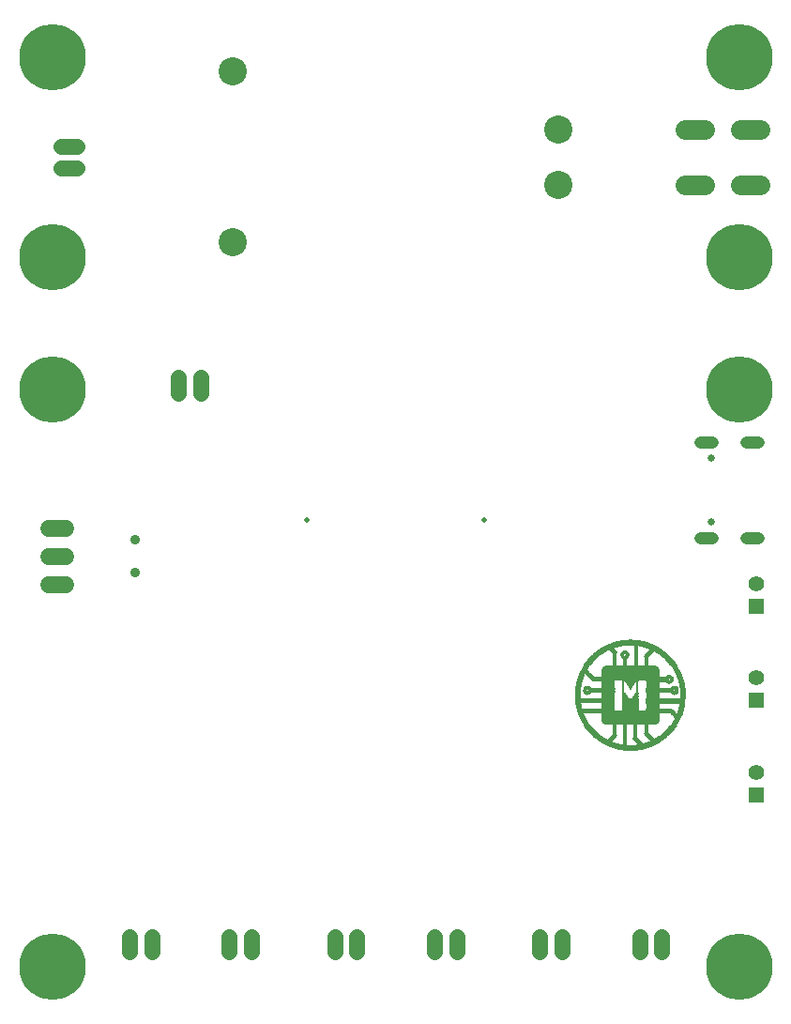
<source format=gbr>
G04 EAGLE Gerber RS-274X export*
G75*
%MOMM*%
%FSLAX34Y34*%
%LPD*%
%INSoldermask Bottom*%
%IPPOS*%
%AMOC8*
5,1,8,0,0,1.08239X$1,22.5*%
G01*
%ADD10R,0.400000X0.020000*%
%ADD11R,1.000000X0.020000*%
%ADD12R,1.320000X0.020000*%
%ADD13R,1.600000X0.020000*%
%ADD14R,1.840000X0.020000*%
%ADD15R,2.040000X0.020000*%
%ADD16R,2.200000X0.020000*%
%ADD17R,2.400000X0.020000*%
%ADD18R,2.560000X0.020000*%
%ADD19R,2.680000X0.020000*%
%ADD20R,2.840000X0.020000*%
%ADD21R,2.960000X0.020000*%
%ADD22R,3.080000X0.020000*%
%ADD23R,3.200000X0.020000*%
%ADD24R,3.320000X0.020000*%
%ADD25R,3.440000X0.020000*%
%ADD26R,3.560000X0.020000*%
%ADD27R,3.640000X0.020000*%
%ADD28R,3.760000X0.020000*%
%ADD29R,3.840000X0.020000*%
%ADD30R,3.960000X0.020000*%
%ADD31R,4.040000X0.020000*%
%ADD32R,4.120000X0.020000*%
%ADD33R,4.200000X0.020000*%
%ADD34R,1.900000X0.020000*%
%ADD35R,1.680000X0.020000*%
%ADD36R,1.880000X0.020000*%
%ADD37R,1.560000X0.020000*%
%ADD38R,1.480000X0.020000*%
%ADD39R,0.380000X0.020000*%
%ADD40R,1.540000X0.020000*%
%ADD41R,1.420000X0.020000*%
%ADD42R,0.360000X0.020000*%
%ADD43R,1.360000X0.020000*%
%ADD44R,1.660000X0.020000*%
%ADD45R,1.720000X0.020000*%
%ADD46R,1.280000X0.020000*%
%ADD47R,1.780000X0.020000*%
%ADD48R,1.240000X0.020000*%
%ADD49R,0.540000X0.020000*%
%ADD50R,1.220000X0.020000*%
%ADD51R,1.160000X0.020000*%
%ADD52R,1.140000X0.020000*%
%ADD53R,1.120000X0.020000*%
%ADD54R,1.080000X0.020000*%
%ADD55R,1.040000X0.020000*%
%ADD56R,1.020000X0.020000*%
%ADD57R,1.180000X0.020000*%
%ADD58R,1.260000X0.020000*%
%ADD59R,1.060000X0.020000*%
%ADD60R,0.900000X0.020000*%
%ADD61R,0.880000X0.020000*%
%ADD62R,1.300000X0.020000*%
%ADD63R,0.860000X0.020000*%
%ADD64R,0.520000X0.020000*%
%ADD65R,1.400000X0.020000*%
%ADD66R,0.840000X0.020000*%
%ADD67R,0.500000X0.020000*%
%ADD68R,0.480000X0.020000*%
%ADD69R,0.460000X0.020000*%
%ADD70R,0.820000X0.020000*%
%ADD71R,0.440000X0.020000*%
%ADD72R,0.800000X0.020000*%
%ADD73R,0.420000X0.020000*%
%ADD74R,0.780000X0.020000*%
%ADD75R,0.760000X0.020000*%
%ADD76R,0.740000X0.020000*%
%ADD77R,0.720000X0.020000*%
%ADD78R,0.700000X0.020000*%
%ADD79R,0.680000X0.020000*%
%ADD80R,0.660000X0.020000*%
%ADD81R,0.640000X0.020000*%
%ADD82R,0.620000X0.020000*%
%ADD83R,0.600000X0.020000*%
%ADD84R,0.580000X0.020000*%
%ADD85R,0.560000X0.020000*%
%ADD86R,4.360000X0.020000*%
%ADD87R,4.640000X0.020000*%
%ADD88R,4.720000X0.020000*%
%ADD89R,4.800000X0.020000*%
%ADD90R,4.880000X0.020000*%
%ADD91R,4.920000X0.020000*%
%ADD92R,4.960000X0.020000*%
%ADD93R,5.000000X0.020000*%
%ADD94R,5.040000X0.020000*%
%ADD95R,5.080000X0.020000*%
%ADD96R,5.120000X0.020000*%
%ADD97R,5.160000X0.020000*%
%ADD98R,5.200000X0.020000*%
%ADD99R,5.240000X0.020000*%
%ADD100R,5.280000X0.020000*%
%ADD101R,0.940000X0.020000*%
%ADD102R,0.960000X0.020000*%
%ADD103R,0.980000X0.020000*%
%ADD104R,8.820000X0.020000*%
%ADD105R,8.800000X0.020000*%
%ADD106R,8.780000X0.020000*%
%ADD107R,8.760000X0.020000*%
%ADD108R,8.740000X0.020000*%
%ADD109R,8.720000X0.020000*%
%ADD110R,3.400000X0.020000*%
%ADD111R,1.440000X0.020000*%
%ADD112R,2.500000X0.020000*%
%ADD113R,2.480000X0.020000*%
%ADD114R,2.460000X0.020000*%
%ADD115R,3.420000X0.020000*%
%ADD116R,2.440000X0.020000*%
%ADD117R,2.420000X0.020000*%
%ADD118R,2.380000X0.020000*%
%ADD119R,2.360000X0.020000*%
%ADD120R,2.340000X0.020000*%
%ADD121R,2.320000X0.020000*%
%ADD122R,3.540000X0.020000*%
%ADD123R,3.580000X0.020000*%
%ADD124R,0.060000X0.020000*%
%ADD125R,0.340000X0.020000*%
%ADD126R,0.040000X0.020000*%
%ADD127R,0.240000X0.020000*%
%ADD128R,0.320000X0.020000*%
%ADD129R,0.300000X0.020000*%
%ADD130R,0.280000X0.020000*%
%ADD131R,0.260000X0.020000*%
%ADD132R,0.220000X0.020000*%
%ADD133R,2.800000X0.020000*%
%ADD134R,0.200000X0.020000*%
%ADD135R,2.900000X0.020000*%
%ADD136R,2.820000X0.020000*%
%ADD137R,0.180000X0.020000*%
%ADD138R,2.920000X0.020000*%
%ADD139R,2.940000X0.020000*%
%ADD140R,0.020000X0.020000*%
%ADD141R,2.540000X0.020000*%
%ADD142R,0.100000X0.020000*%
%ADD143R,0.140000X0.020000*%
%ADD144R,0.120000X0.020000*%
%ADD145R,0.920000X0.020000*%
%ADD146R,2.020000X0.020000*%
%ADD147R,2.060000X0.020000*%
%ADD148R,2.080000X0.020000*%
%ADD149R,2.100000X0.020000*%
%ADD150R,2.120000X0.020000*%
%ADD151R,2.140000X0.020000*%
%ADD152R,6.980000X0.020000*%
%ADD153R,7.000000X0.020000*%
%ADD154R,7.040000X0.020000*%
%ADD155R,7.060000X0.020000*%
%ADD156R,7.100000X0.020000*%
%ADD157R,7.140000X0.020000*%
%ADD158R,7.580000X0.020000*%
%ADD159R,7.600000X0.020000*%
%ADD160R,7.620000X0.020000*%
%ADD161R,6.420000X0.020000*%
%ADD162R,2.880000X0.020000*%
%ADD163R,1.340000X0.020000*%
%ADD164R,1.200000X0.020000*%
%ADD165R,1.100000X0.020000*%
%ADD166R,1.460000X0.020000*%
%ADD167R,1.920000X0.020000*%
%ADD168R,3.940000X0.020000*%
%ADD169C,2.540000*%
%ADD170C,0.500000*%
%ADD171C,1.800000*%
%ADD172C,1.422400*%
%ADD173C,1.108000*%
%ADD174C,0.650000*%
%ADD175R,1.422400X1.422400*%
%ADD176C,1.422400*%
%ADD177C,0.900000*%
%ADD178C,1.524000*%
%ADD179C,6.000000*%


D10*
X561800Y234200D03*
D11*
X561800Y234400D03*
D12*
X561800Y234600D03*
D13*
X561800Y234800D03*
D14*
X561800Y235000D03*
D15*
X561800Y235200D03*
D16*
X561800Y235400D03*
D17*
X561800Y235600D03*
D18*
X561800Y235800D03*
D19*
X561800Y236000D03*
D20*
X561800Y236200D03*
D21*
X561800Y236400D03*
D22*
X561800Y236600D03*
D23*
X561800Y236800D03*
D24*
X561800Y237000D03*
D25*
X561800Y237200D03*
D26*
X561800Y237400D03*
D27*
X561800Y237600D03*
D28*
X561800Y237800D03*
D29*
X561800Y238000D03*
D30*
X561800Y238200D03*
D31*
X561800Y238400D03*
D32*
X561800Y238600D03*
D33*
X561800Y238800D03*
D34*
X549900Y239000D03*
X573700Y239000D03*
D14*
X549200Y239200D03*
D35*
X575200Y239200D03*
D36*
X549000Y239400D03*
D37*
X576200Y239400D03*
D38*
X546600Y239600D03*
D39*
X556500Y239600D03*
D40*
X576700Y239600D03*
D41*
X545900Y239800D03*
D42*
X556600Y239800D03*
D13*
X576800Y239800D03*
D43*
X545200Y240000D03*
D42*
X556600Y240000D03*
D44*
X576900Y240000D03*
D12*
X544600Y240200D03*
D42*
X556600Y240200D03*
D45*
X577000Y240200D03*
D46*
X544000Y240400D03*
D42*
X556600Y240400D03*
D47*
X577100Y240400D03*
D48*
X543400Y240600D03*
D42*
X556600Y240600D03*
D49*
X570700Y240600D03*
D48*
X580200Y240600D03*
D50*
X542900Y240800D03*
D42*
X556600Y240800D03*
D49*
X570500Y240800D03*
D50*
X580700Y240800D03*
D51*
X542400Y241000D03*
D42*
X556600Y241000D03*
D49*
X570300Y241000D03*
D51*
X581200Y241000D03*
D52*
X541900Y241200D03*
D42*
X556600Y241200D03*
D49*
X570100Y241200D03*
D52*
X581700Y241200D03*
D53*
X541400Y241400D03*
D42*
X556600Y241400D03*
D49*
X569900Y241400D03*
D53*
X582200Y241400D03*
D54*
X541000Y241600D03*
D42*
X556600Y241600D03*
D49*
X569700Y241600D03*
D54*
X582600Y241600D03*
X540600Y241800D03*
D42*
X556600Y241800D03*
D49*
X569500Y241800D03*
D54*
X583000Y241800D03*
D55*
X540200Y242000D03*
D42*
X556600Y242000D03*
D49*
X569300Y242000D03*
D55*
X583400Y242000D03*
X539800Y242200D03*
D42*
X556600Y242200D03*
D49*
X569100Y242200D03*
D55*
X583800Y242200D03*
D54*
X539600Y242400D03*
D42*
X556600Y242400D03*
D49*
X568900Y242400D03*
D56*
X584300Y242400D03*
D53*
X539600Y242600D03*
D42*
X556600Y242600D03*
D49*
X568700Y242600D03*
D11*
X584600Y242600D03*
D57*
X539500Y242800D03*
D42*
X556600Y242800D03*
D49*
X568500Y242800D03*
D11*
X585000Y242800D03*
D50*
X539500Y243000D03*
D42*
X556600Y243000D03*
D49*
X568300Y243000D03*
D56*
X585100Y243000D03*
D58*
X539500Y243200D03*
D42*
X556600Y243200D03*
D49*
X568100Y243200D03*
D59*
X585100Y243200D03*
D12*
X539400Y243400D03*
D42*
X556600Y243400D03*
D49*
X567900Y243400D03*
D53*
X585200Y243400D03*
D43*
X539400Y243600D03*
D42*
X556600Y243600D03*
D49*
X567700Y243600D03*
D51*
X585200Y243600D03*
D41*
X539300Y243800D03*
D42*
X556600Y243800D03*
D49*
X567500Y243800D03*
D50*
X585300Y243800D03*
D60*
X536500Y244000D03*
D49*
X543900Y244000D03*
D42*
X556600Y244000D03*
D49*
X567300Y244000D03*
D58*
X585300Y244000D03*
D61*
X536200Y244200D03*
D49*
X544100Y244200D03*
D42*
X556600Y244200D03*
D49*
X567100Y244200D03*
D62*
X585300Y244200D03*
D61*
X535800Y244400D03*
D49*
X544300Y244400D03*
D42*
X556600Y244400D03*
D49*
X566900Y244400D03*
D43*
X585400Y244400D03*
D63*
X535500Y244600D03*
D49*
X544500Y244600D03*
D42*
X556600Y244600D03*
D64*
X566800Y244600D03*
D65*
X585400Y244600D03*
D63*
X535300Y244800D03*
D49*
X544700Y244800D03*
D42*
X556600Y244800D03*
D64*
X566600Y244800D03*
D49*
X580900Y244800D03*
D63*
X588300Y244800D03*
D66*
X535000Y245000D03*
D49*
X544900Y245000D03*
D42*
X556600Y245000D03*
D67*
X566500Y245000D03*
D49*
X580700Y245000D03*
D66*
X588600Y245000D03*
X534600Y245200D03*
D49*
X545100Y245200D03*
D42*
X556600Y245200D03*
D68*
X566400Y245200D03*
D49*
X580500Y245200D03*
D66*
X589000Y245200D03*
X534400Y245400D03*
D49*
X545300Y245400D03*
D42*
X556600Y245400D03*
D69*
X566300Y245400D03*
D49*
X580300Y245400D03*
D66*
X589200Y245400D03*
D70*
X534100Y245600D03*
D49*
X545500Y245600D03*
D42*
X556600Y245600D03*
D71*
X566200Y245600D03*
D49*
X580100Y245600D03*
D70*
X589500Y245600D03*
D72*
X533800Y245800D03*
D49*
X545700Y245800D03*
D42*
X556600Y245800D03*
D73*
X566100Y245800D03*
D49*
X579900Y245800D03*
D72*
X589800Y245800D03*
D70*
X533500Y246000D03*
D49*
X545900Y246000D03*
D42*
X556600Y246000D03*
D10*
X566000Y246000D03*
D49*
X579700Y246000D03*
D70*
X590100Y246000D03*
D72*
X533200Y246200D03*
D49*
X546100Y246200D03*
D42*
X556600Y246200D03*
D10*
X566000Y246200D03*
D49*
X579500Y246200D03*
D72*
X590400Y246200D03*
X533000Y246400D03*
D49*
X546300Y246400D03*
D42*
X556600Y246400D03*
D10*
X566000Y246400D03*
D49*
X579300Y246400D03*
D72*
X590600Y246400D03*
D74*
X532700Y246600D03*
D49*
X546500Y246600D03*
D42*
X556600Y246600D03*
D10*
X566000Y246600D03*
D49*
X579100Y246600D03*
D74*
X590900Y246600D03*
X532500Y246800D03*
D49*
X546700Y246800D03*
D42*
X556600Y246800D03*
D10*
X566000Y246800D03*
D49*
X578900Y246800D03*
D74*
X591100Y246800D03*
D75*
X532200Y247000D03*
D49*
X546900Y247000D03*
D42*
X556600Y247000D03*
D10*
X566000Y247000D03*
D49*
X578700Y247000D03*
D75*
X591400Y247000D03*
X532000Y247200D03*
D64*
X547000Y247200D03*
D42*
X556600Y247200D03*
D10*
X566000Y247200D03*
D49*
X578500Y247200D03*
D75*
X591600Y247200D03*
D76*
X531700Y247400D03*
D67*
X547100Y247400D03*
D42*
X556600Y247400D03*
D10*
X566000Y247400D03*
D49*
X578300Y247400D03*
D76*
X591900Y247400D03*
X531500Y247600D03*
D68*
X547200Y247600D03*
D42*
X556600Y247600D03*
D10*
X566000Y247600D03*
D49*
X578100Y247600D03*
D76*
X592100Y247600D03*
D75*
X531200Y247800D03*
D69*
X547300Y247800D03*
D42*
X556600Y247800D03*
D10*
X566000Y247800D03*
D49*
X577900Y247800D03*
D75*
X592400Y247800D03*
D76*
X530900Y248000D03*
D71*
X547400Y248000D03*
D42*
X556600Y248000D03*
D10*
X566000Y248000D03*
D49*
X577700Y248000D03*
D76*
X592700Y248000D03*
X530700Y248200D03*
D73*
X547500Y248200D03*
D42*
X556600Y248200D03*
D10*
X566000Y248200D03*
D49*
X577500Y248200D03*
D76*
X592900Y248200D03*
X530500Y248400D03*
D10*
X547600Y248400D03*
D42*
X556600Y248400D03*
D10*
X566000Y248400D03*
D49*
X577300Y248400D03*
D76*
X593100Y248400D03*
D77*
X530200Y248600D03*
D39*
X547700Y248600D03*
D42*
X556600Y248600D03*
D10*
X566000Y248600D03*
D49*
X577100Y248600D03*
D77*
X593400Y248600D03*
X530000Y248800D03*
D39*
X547700Y248800D03*
D42*
X556600Y248800D03*
D10*
X566000Y248800D03*
D49*
X576900Y248800D03*
D77*
X593600Y248800D03*
X529800Y249000D03*
D39*
X547700Y249000D03*
D42*
X556600Y249000D03*
D10*
X566000Y249000D03*
D64*
X576800Y249000D03*
D77*
X593800Y249000D03*
X529600Y249200D03*
D39*
X547700Y249200D03*
D42*
X556600Y249200D03*
D10*
X566000Y249200D03*
D67*
X576700Y249200D03*
D77*
X594000Y249200D03*
D78*
X529300Y249400D03*
D39*
X547700Y249400D03*
D42*
X556600Y249400D03*
D10*
X566000Y249400D03*
D68*
X576600Y249400D03*
D78*
X594300Y249400D03*
X529100Y249600D03*
D39*
X547700Y249600D03*
D42*
X556600Y249600D03*
D10*
X566000Y249600D03*
D69*
X576500Y249600D03*
D78*
X594500Y249600D03*
X528900Y249800D03*
D39*
X547700Y249800D03*
D42*
X556600Y249800D03*
D10*
X566000Y249800D03*
D71*
X576400Y249800D03*
D78*
X594700Y249800D03*
D79*
X528800Y250000D03*
D39*
X547700Y250000D03*
D42*
X556600Y250000D03*
D10*
X566000Y250000D03*
D73*
X576300Y250000D03*
D79*
X594800Y250000D03*
X528600Y250200D03*
D39*
X547700Y250200D03*
D42*
X556600Y250200D03*
D10*
X566000Y250200D03*
X576200Y250200D03*
D79*
X595000Y250200D03*
X528400Y250400D03*
D39*
X547700Y250400D03*
D42*
X556600Y250400D03*
D10*
X566000Y250400D03*
D39*
X576100Y250400D03*
D79*
X595200Y250400D03*
X528200Y250600D03*
D39*
X547700Y250600D03*
D42*
X556600Y250600D03*
D10*
X566000Y250600D03*
D39*
X576100Y250600D03*
D79*
X595400Y250600D03*
D80*
X527900Y250800D03*
D39*
X547700Y250800D03*
D42*
X556600Y250800D03*
D10*
X566000Y250800D03*
D39*
X576100Y250800D03*
D80*
X595700Y250800D03*
X527700Y251000D03*
D39*
X547700Y251000D03*
D42*
X556600Y251000D03*
D10*
X566000Y251000D03*
D39*
X576100Y251000D03*
D80*
X595900Y251000D03*
X527500Y251200D03*
D39*
X547700Y251200D03*
D42*
X556600Y251200D03*
D10*
X566000Y251200D03*
D39*
X576100Y251200D03*
D80*
X596100Y251200D03*
X527300Y251400D03*
D39*
X547700Y251400D03*
D42*
X556600Y251400D03*
D10*
X566000Y251400D03*
D39*
X576100Y251400D03*
D80*
X596300Y251400D03*
X527100Y251600D03*
D39*
X547700Y251600D03*
D42*
X556600Y251600D03*
D10*
X566000Y251600D03*
D39*
X576100Y251600D03*
D80*
X596500Y251600D03*
X526900Y251800D03*
D39*
X547700Y251800D03*
D42*
X556600Y251800D03*
D10*
X566000Y251800D03*
D39*
X576100Y251800D03*
D80*
X596700Y251800D03*
D81*
X526800Y252000D03*
D39*
X547700Y252000D03*
D42*
X556600Y252000D03*
D10*
X566000Y252000D03*
D39*
X576100Y252000D03*
D81*
X596800Y252000D03*
X526600Y252200D03*
D39*
X547700Y252200D03*
D42*
X556600Y252200D03*
D10*
X566000Y252200D03*
D39*
X576100Y252200D03*
D81*
X597000Y252200D03*
X526400Y252400D03*
D39*
X547700Y252400D03*
D42*
X556600Y252400D03*
D10*
X566000Y252400D03*
D39*
X576100Y252400D03*
D81*
X597200Y252400D03*
X526200Y252600D03*
D39*
X547700Y252600D03*
D42*
X556600Y252600D03*
D10*
X566000Y252600D03*
D39*
X576100Y252600D03*
D81*
X597400Y252600D03*
X526000Y252800D03*
D39*
X547700Y252800D03*
D42*
X556600Y252800D03*
D10*
X566000Y252800D03*
D39*
X576100Y252800D03*
D81*
X597600Y252800D03*
D82*
X525900Y253000D03*
D39*
X547700Y253000D03*
D42*
X556600Y253000D03*
D10*
X566000Y253000D03*
D39*
X576100Y253000D03*
D82*
X597700Y253000D03*
X525700Y253200D03*
D39*
X547700Y253200D03*
D42*
X556600Y253200D03*
D10*
X566000Y253200D03*
D39*
X576100Y253200D03*
D82*
X597900Y253200D03*
X525500Y253400D03*
D39*
X547700Y253400D03*
D42*
X556600Y253400D03*
D10*
X566000Y253400D03*
D39*
X576100Y253400D03*
D82*
X598100Y253400D03*
X525300Y253600D03*
D39*
X547700Y253600D03*
D42*
X556600Y253600D03*
D10*
X566000Y253600D03*
D39*
X576100Y253600D03*
D82*
X598300Y253600D03*
D81*
X525200Y253800D03*
D39*
X547700Y253800D03*
D42*
X556600Y253800D03*
D10*
X566000Y253800D03*
D39*
X576100Y253800D03*
D81*
X598400Y253800D03*
D82*
X525100Y254000D03*
D39*
X547700Y254000D03*
D42*
X556600Y254000D03*
D10*
X566000Y254000D03*
D39*
X576100Y254000D03*
D82*
X598500Y254000D03*
X524900Y254200D03*
D39*
X547700Y254200D03*
D42*
X556600Y254200D03*
D10*
X566000Y254200D03*
D39*
X576100Y254200D03*
D82*
X598700Y254200D03*
X524700Y254400D03*
D39*
X547700Y254400D03*
D42*
X556600Y254400D03*
D10*
X566000Y254400D03*
D39*
X576100Y254400D03*
D82*
X598900Y254400D03*
X524500Y254600D03*
D39*
X547700Y254600D03*
D42*
X556600Y254600D03*
D10*
X566000Y254600D03*
D39*
X576100Y254600D03*
D82*
X599100Y254600D03*
D83*
X524400Y254800D03*
D39*
X547700Y254800D03*
D42*
X556600Y254800D03*
D10*
X566000Y254800D03*
D39*
X576100Y254800D03*
D83*
X599200Y254800D03*
X524200Y255000D03*
D39*
X547700Y255000D03*
D42*
X556600Y255000D03*
D10*
X566000Y255000D03*
D39*
X576100Y255000D03*
D83*
X599400Y255000D03*
X524000Y255200D03*
D39*
X547700Y255200D03*
D42*
X556600Y255200D03*
D10*
X566000Y255200D03*
D39*
X576100Y255200D03*
D83*
X599600Y255200D03*
X524000Y255400D03*
D39*
X547700Y255400D03*
D42*
X556600Y255400D03*
D10*
X566000Y255400D03*
D39*
X576100Y255400D03*
D83*
X599600Y255400D03*
X523800Y255600D03*
D39*
X547700Y255600D03*
D42*
X556600Y255600D03*
D10*
X566000Y255600D03*
D39*
X576100Y255600D03*
D83*
X599800Y255600D03*
X523600Y255800D03*
D39*
X547700Y255800D03*
D42*
X556600Y255800D03*
D10*
X566000Y255800D03*
D39*
X576100Y255800D03*
D83*
X600000Y255800D03*
X523400Y256000D03*
D39*
X547700Y256000D03*
D42*
X556600Y256000D03*
D10*
X566000Y256000D03*
D39*
X576100Y256000D03*
D83*
X600200Y256000D03*
D84*
X523300Y256200D03*
D39*
X547700Y256200D03*
D42*
X556600Y256200D03*
D10*
X566000Y256200D03*
D39*
X576100Y256200D03*
D84*
X600300Y256200D03*
D83*
X523200Y256400D03*
D39*
X547700Y256400D03*
D42*
X556600Y256400D03*
D10*
X566000Y256400D03*
D39*
X576100Y256400D03*
D83*
X600400Y256400D03*
X523000Y256600D03*
D39*
X547700Y256600D03*
D42*
X556600Y256600D03*
D10*
X566000Y256600D03*
D39*
X576100Y256600D03*
D83*
X600600Y256600D03*
D84*
X522900Y256800D03*
D39*
X547700Y256800D03*
D42*
X556600Y256800D03*
D10*
X566000Y256800D03*
D39*
X576100Y256800D03*
D84*
X600700Y256800D03*
X522700Y257000D03*
D39*
X547700Y257000D03*
D42*
X556600Y257000D03*
D10*
X566000Y257000D03*
D39*
X576100Y257000D03*
D84*
X600900Y257000D03*
X522700Y257200D03*
D39*
X547700Y257200D03*
D42*
X556600Y257200D03*
D10*
X566000Y257200D03*
D39*
X576100Y257200D03*
D84*
X600900Y257200D03*
X522500Y257400D03*
D39*
X547700Y257400D03*
D42*
X556600Y257400D03*
D10*
X566000Y257400D03*
D39*
X576100Y257400D03*
D84*
X601100Y257400D03*
X522300Y257600D03*
D39*
X547700Y257600D03*
D42*
X556600Y257600D03*
D10*
X566000Y257600D03*
D39*
X576100Y257600D03*
D84*
X601300Y257600D03*
D85*
X522200Y257800D03*
D86*
X561800Y257800D03*
D85*
X601400Y257800D03*
D84*
X522100Y258000D03*
D87*
X561800Y258000D03*
D84*
X601500Y258000D03*
X521900Y258200D03*
D88*
X561800Y258200D03*
D84*
X601700Y258200D03*
D85*
X521800Y258400D03*
D89*
X561800Y258400D03*
D85*
X601800Y258400D03*
D84*
X521700Y258600D03*
D90*
X561800Y258600D03*
D84*
X601900Y258600D03*
D85*
X521600Y258800D03*
D91*
X561800Y258800D03*
D85*
X602000Y258800D03*
X521400Y259000D03*
D92*
X561800Y259000D03*
D85*
X602200Y259000D03*
D84*
X521300Y259200D03*
D93*
X561800Y259200D03*
D84*
X602300Y259200D03*
D85*
X521200Y259400D03*
D94*
X561800Y259400D03*
D85*
X602400Y259400D03*
X521000Y259600D03*
D95*
X561800Y259600D03*
D85*
X602600Y259600D03*
X521000Y259800D03*
D96*
X561800Y259800D03*
D85*
X602600Y259800D03*
X520800Y260000D03*
D96*
X561800Y260000D03*
D85*
X602800Y260000D03*
D49*
X520700Y260200D03*
D97*
X561800Y260200D03*
D49*
X602900Y260200D03*
D85*
X520600Y260400D03*
D97*
X561800Y260400D03*
D85*
X603000Y260400D03*
D49*
X520500Y260600D03*
D98*
X561800Y260600D03*
D49*
X603100Y260600D03*
D85*
X520400Y260800D03*
D98*
X561800Y260800D03*
D85*
X603200Y260800D03*
D49*
X520300Y261000D03*
D99*
X561800Y261000D03*
D49*
X603300Y261000D03*
X520100Y261200D03*
D99*
X561800Y261200D03*
D49*
X603500Y261200D03*
X520100Y261400D03*
D99*
X561800Y261400D03*
D49*
X603500Y261400D03*
X519900Y261600D03*
D99*
X561800Y261600D03*
D49*
X603700Y261600D03*
X519900Y261800D03*
D99*
X561800Y261800D03*
D49*
X603700Y261800D03*
X519700Y262000D03*
D99*
X561800Y262000D03*
D49*
X603900Y262000D03*
D64*
X519600Y262200D03*
D99*
X561800Y262200D03*
D64*
X604000Y262200D03*
D49*
X519500Y262400D03*
D100*
X561800Y262400D03*
D49*
X604100Y262400D03*
D64*
X519400Y262600D03*
D100*
X561800Y262600D03*
D64*
X604200Y262600D03*
D49*
X519300Y262800D03*
D100*
X561800Y262800D03*
D49*
X604300Y262800D03*
D64*
X519200Y263000D03*
D100*
X561800Y263000D03*
D64*
X604400Y263000D03*
D49*
X519100Y263200D03*
D100*
X561800Y263200D03*
D49*
X604500Y263200D03*
D64*
X519000Y263400D03*
D100*
X561800Y263400D03*
D64*
X604600Y263400D03*
D49*
X518900Y263600D03*
D100*
X561800Y263600D03*
D49*
X604700Y263600D03*
D64*
X518800Y263800D03*
D100*
X561800Y263800D03*
D85*
X604600Y263800D03*
D49*
X518700Y264000D03*
D100*
X561800Y264000D03*
D83*
X604600Y264000D03*
D64*
X518600Y264200D03*
D100*
X561800Y264200D03*
D82*
X604500Y264200D03*
D64*
X518600Y264400D03*
D100*
X561800Y264400D03*
D80*
X604500Y264400D03*
D64*
X518400Y264600D03*
D100*
X561800Y264600D03*
D79*
X604400Y264600D03*
D64*
X518400Y264800D03*
D100*
X561800Y264800D03*
D78*
X604300Y264800D03*
D64*
X518200Y265000D03*
D100*
X561800Y265000D03*
D76*
X604300Y265000D03*
D64*
X518200Y265200D03*
D100*
X561800Y265200D03*
D75*
X604200Y265200D03*
D64*
X518000Y265400D03*
D100*
X561800Y265400D03*
D72*
X604200Y265400D03*
D64*
X518000Y265600D03*
D100*
X561800Y265600D03*
D70*
X604100Y265600D03*
D64*
X518000Y265800D03*
D100*
X561800Y265800D03*
D66*
X604000Y265800D03*
D64*
X517800Y266000D03*
D100*
X561800Y266000D03*
D61*
X604000Y266000D03*
D64*
X517800Y266200D03*
D100*
X561800Y266200D03*
D60*
X603900Y266200D03*
D64*
X517600Y266400D03*
D100*
X561800Y266400D03*
D101*
X603900Y266400D03*
D64*
X517600Y266600D03*
D100*
X561800Y266600D03*
D102*
X603800Y266600D03*
D67*
X517500Y266800D03*
D100*
X561800Y266800D03*
D103*
X603700Y266800D03*
D64*
X517400Y267000D03*
D100*
X561800Y267000D03*
D56*
X603700Y267000D03*
D64*
X517400Y267200D03*
D100*
X561800Y267200D03*
D55*
X603600Y267200D03*
D67*
X517300Y267400D03*
D100*
X561800Y267400D03*
D49*
X600900Y267400D03*
D67*
X606300Y267400D03*
D64*
X517200Y267600D03*
D100*
X561800Y267600D03*
D49*
X600700Y267600D03*
D64*
X606400Y267600D03*
D67*
X517100Y267800D03*
D100*
X561800Y267800D03*
D49*
X600500Y267800D03*
D67*
X606500Y267800D03*
X517100Y268000D03*
D100*
X561800Y268000D03*
D49*
X600300Y268000D03*
D67*
X606500Y268000D03*
D64*
X517000Y268200D03*
D100*
X561800Y268200D03*
D49*
X600100Y268200D03*
D64*
X606600Y268200D03*
D104*
X558500Y268400D03*
D67*
X606700Y268400D03*
D105*
X558400Y268600D03*
D67*
X606700Y268600D03*
D105*
X558200Y268800D03*
D67*
X606900Y268800D03*
D106*
X558100Y269000D03*
D67*
X606900Y269000D03*
D107*
X558000Y269200D03*
D67*
X606900Y269200D03*
D107*
X557800Y269400D03*
D67*
X607100Y269400D03*
D108*
X557700Y269600D03*
D67*
X607100Y269600D03*
D109*
X557600Y269800D03*
D67*
X607100Y269800D03*
D109*
X557400Y270000D03*
D67*
X607300Y270000D03*
D110*
X530800Y270200D03*
D111*
X561800Y270200D03*
D112*
X588300Y270200D03*
D67*
X607300Y270200D03*
D110*
X530800Y270400D03*
D111*
X561800Y270400D03*
D113*
X588200Y270400D03*
D67*
X607300Y270400D03*
D110*
X530800Y270600D03*
D111*
X561800Y270600D03*
D114*
X588100Y270600D03*
D68*
X607400Y270600D03*
D115*
X530700Y270800D03*
D111*
X561800Y270800D03*
D116*
X588000Y270800D03*
D67*
X607500Y270800D03*
D115*
X530700Y271000D03*
D111*
X561800Y271000D03*
D117*
X587900Y271000D03*
D67*
X607500Y271000D03*
D115*
X530700Y271200D03*
D111*
X561800Y271200D03*
D17*
X587800Y271200D03*
D67*
X607500Y271200D03*
D25*
X530600Y271400D03*
D111*
X561800Y271400D03*
D118*
X587700Y271400D03*
D67*
X607700Y271400D03*
D25*
X530600Y271600D03*
D111*
X561800Y271600D03*
D119*
X587600Y271600D03*
D67*
X607700Y271600D03*
D25*
X530600Y271800D03*
D111*
X561800Y271800D03*
D120*
X587500Y271800D03*
D67*
X607700Y271800D03*
D25*
X530600Y272000D03*
D111*
X561800Y272000D03*
D121*
X587400Y272000D03*
D68*
X607800Y272000D03*
D67*
X515700Y272200D03*
D50*
X541700Y272200D03*
D111*
X561800Y272200D03*
D50*
X581900Y272200D03*
D67*
X607900Y272200D03*
X515700Y272400D03*
D48*
X541600Y272400D03*
D111*
X561800Y272400D03*
D48*
X582000Y272400D03*
D67*
X607900Y272400D03*
X515700Y272600D03*
D48*
X541600Y272600D03*
D111*
X561800Y272600D03*
D48*
X582000Y272600D03*
D67*
X607900Y272600D03*
D68*
X515600Y272800D03*
D48*
X541600Y272800D03*
D111*
X561800Y272800D03*
D48*
X582000Y272800D03*
D68*
X608000Y272800D03*
X515600Y273000D03*
D48*
X541600Y273000D03*
D111*
X561800Y273000D03*
D48*
X582000Y273000D03*
D68*
X608000Y273000D03*
D67*
X515500Y273200D03*
D48*
X541600Y273200D03*
D111*
X561800Y273200D03*
D48*
X582000Y273200D03*
D67*
X608100Y273200D03*
X515500Y273400D03*
D48*
X541600Y273400D03*
D111*
X561800Y273400D03*
D48*
X582000Y273400D03*
D67*
X608100Y273400D03*
D68*
X515400Y273600D03*
D48*
X541600Y273600D03*
D111*
X561800Y273600D03*
D48*
X582000Y273600D03*
D68*
X608200Y273600D03*
X515400Y273800D03*
D48*
X541600Y273800D03*
D111*
X561800Y273800D03*
D48*
X582000Y273800D03*
D68*
X608200Y273800D03*
D67*
X515300Y274000D03*
D48*
X541600Y274000D03*
D111*
X561800Y274000D03*
D48*
X582000Y274000D03*
D67*
X608300Y274000D03*
X515300Y274200D03*
D48*
X541600Y274200D03*
D111*
X561800Y274200D03*
D48*
X582000Y274200D03*
D67*
X608300Y274200D03*
D68*
X515200Y274400D03*
D48*
X541600Y274400D03*
D111*
X561800Y274400D03*
D48*
X582000Y274400D03*
D68*
X608400Y274400D03*
X515200Y274600D03*
D48*
X541600Y274600D03*
D111*
X561800Y274600D03*
D48*
X582000Y274600D03*
D68*
X608400Y274600D03*
X515200Y274800D03*
D48*
X541600Y274800D03*
D111*
X561800Y274800D03*
D48*
X582000Y274800D03*
D68*
X608400Y274800D03*
D67*
X515100Y275000D03*
D48*
X541600Y275000D03*
D111*
X561800Y275000D03*
D48*
X582000Y275000D03*
D67*
X608500Y275000D03*
X515100Y275200D03*
D48*
X541600Y275200D03*
D111*
X561800Y275200D03*
D48*
X582000Y275200D03*
D67*
X608500Y275200D03*
D68*
X515000Y275400D03*
D48*
X541600Y275400D03*
D111*
X561800Y275400D03*
D48*
X582000Y275400D03*
D68*
X608600Y275400D03*
X515000Y275600D03*
D48*
X541600Y275600D03*
D111*
X561800Y275600D03*
D48*
X582000Y275600D03*
D68*
X608600Y275600D03*
X515000Y275800D03*
D48*
X541600Y275800D03*
D111*
X561800Y275800D03*
D48*
X582000Y275800D03*
D68*
X608600Y275800D03*
X515000Y276000D03*
D48*
X541600Y276000D03*
D111*
X561800Y276000D03*
D48*
X582000Y276000D03*
D68*
X608600Y276000D03*
D67*
X514900Y276200D03*
D48*
X541600Y276200D03*
D111*
X561800Y276200D03*
D48*
X582000Y276200D03*
D67*
X608700Y276200D03*
D68*
X514800Y276400D03*
D48*
X541600Y276400D03*
D111*
X561800Y276400D03*
D48*
X582000Y276400D03*
D68*
X608800Y276400D03*
X514800Y276600D03*
D48*
X541600Y276600D03*
D111*
X561800Y276600D03*
D48*
X582000Y276600D03*
D68*
X608800Y276600D03*
X514800Y276800D03*
D48*
X541600Y276800D03*
D111*
X561800Y276800D03*
D50*
X581900Y276800D03*
D68*
X608800Y276800D03*
X514800Y277000D03*
D48*
X541600Y277000D03*
D111*
X561800Y277000D03*
D122*
X593500Y277000D03*
D68*
X514800Y277200D03*
D50*
X541700Y277200D03*
D111*
X561800Y277200D03*
D122*
X593500Y277200D03*
X530100Y277400D03*
D111*
X561800Y277400D03*
D122*
X593500Y277400D03*
D26*
X530000Y277600D03*
D111*
X561800Y277600D03*
D26*
X593600Y277600D03*
X530000Y277800D03*
D111*
X561800Y277800D03*
D26*
X593600Y277800D03*
X530000Y278000D03*
D111*
X561800Y278000D03*
D26*
X593600Y278000D03*
X530000Y278200D03*
D111*
X561800Y278200D03*
D26*
X593600Y278200D03*
X530000Y278400D03*
D111*
X561800Y278400D03*
D26*
X593600Y278400D03*
X530000Y278600D03*
D111*
X561800Y278600D03*
D26*
X593600Y278600D03*
X530000Y278800D03*
D111*
X561800Y278800D03*
D26*
X593600Y278800D03*
X530000Y279000D03*
D111*
X561800Y279000D03*
D26*
X593600Y279000D03*
D123*
X529900Y279200D03*
D111*
X561800Y279200D03*
D123*
X593700Y279200D03*
X529900Y279400D03*
D111*
X561800Y279400D03*
D123*
X593700Y279400D03*
X529900Y279600D03*
D111*
X561800Y279600D03*
D123*
X593700Y279600D03*
X529900Y279800D03*
D111*
X561800Y279800D03*
D123*
X593700Y279800D03*
X529900Y280000D03*
D111*
X561800Y280000D03*
D123*
X593700Y280000D03*
X529900Y280200D03*
D111*
X561800Y280200D03*
D123*
X593700Y280200D03*
X529900Y280400D03*
D111*
X561800Y280400D03*
D123*
X593700Y280400D03*
X529900Y280600D03*
D111*
X561800Y280600D03*
D123*
X593700Y280600D03*
X529900Y280800D03*
D111*
X561800Y280800D03*
D48*
X582000Y280800D03*
D68*
X609200Y280800D03*
D123*
X529900Y281000D03*
D111*
X561800Y281000D03*
D50*
X581900Y281000D03*
D68*
X609200Y281000D03*
X514400Y281200D03*
D48*
X541600Y281200D03*
D85*
X557400Y281200D03*
X566200Y281200D03*
D48*
X582000Y281200D03*
D68*
X609200Y281200D03*
X514400Y281400D03*
D50*
X541700Y281400D03*
D49*
X557300Y281400D03*
D85*
X566200Y281400D03*
D48*
X582000Y281400D03*
D68*
X609200Y281400D03*
X514400Y281600D03*
D48*
X541600Y281600D03*
D49*
X557300Y281600D03*
X566300Y281600D03*
D48*
X582000Y281600D03*
D68*
X609200Y281600D03*
D69*
X514300Y281800D03*
D48*
X541600Y281800D03*
D64*
X557200Y281800D03*
X566400Y281800D03*
D48*
X582000Y281800D03*
D69*
X609300Y281800D03*
X514300Y282000D03*
D48*
X541600Y282000D03*
D67*
X557100Y282000D03*
D64*
X566400Y282000D03*
D48*
X582000Y282000D03*
D69*
X609300Y282000D03*
D68*
X514200Y282200D03*
D48*
X541600Y282200D03*
D67*
X557100Y282200D03*
X566500Y282200D03*
D48*
X582000Y282200D03*
D68*
X609400Y282200D03*
X514200Y282400D03*
D48*
X541600Y282400D03*
D68*
X557000Y282400D03*
X566600Y282400D03*
D48*
X582000Y282400D03*
D68*
X609400Y282400D03*
X514200Y282600D03*
D48*
X541600Y282600D03*
D68*
X557000Y282600D03*
X566600Y282600D03*
D48*
X582000Y282600D03*
D68*
X609400Y282600D03*
X514200Y282800D03*
D48*
X541600Y282800D03*
D69*
X556900Y282800D03*
X566700Y282800D03*
D48*
X582000Y282800D03*
D68*
X609400Y282800D03*
X514200Y283000D03*
D48*
X541600Y283000D03*
D71*
X556800Y283000D03*
X566800Y283000D03*
D48*
X582000Y283000D03*
D68*
X609400Y283000D03*
X514200Y283200D03*
D48*
X541600Y283200D03*
D71*
X556800Y283200D03*
X566800Y283200D03*
D48*
X582000Y283200D03*
D68*
X609400Y283200D03*
X514200Y283400D03*
D48*
X541600Y283400D03*
D73*
X556700Y283400D03*
X566900Y283400D03*
D48*
X582000Y283400D03*
D68*
X609400Y283400D03*
X514200Y283600D03*
D48*
X541600Y283600D03*
D10*
X556600Y283600D03*
D73*
X566900Y283600D03*
D48*
X582000Y283600D03*
D68*
X609400Y283600D03*
X514200Y283800D03*
D48*
X541600Y283800D03*
D10*
X556600Y283800D03*
X567000Y283800D03*
D48*
X582000Y283800D03*
D68*
X609400Y283800D03*
X514200Y284000D03*
D48*
X541600Y284000D03*
D39*
X556500Y284000D03*
X567100Y284000D03*
D48*
X582000Y284000D03*
D68*
X609400Y284000D03*
X514200Y284200D03*
D48*
X541600Y284200D03*
D42*
X556400Y284200D03*
D39*
X567100Y284200D03*
D48*
X582000Y284200D03*
D68*
X609400Y284200D03*
X514200Y284400D03*
D48*
X541600Y284400D03*
D42*
X556400Y284400D03*
X567200Y284400D03*
D48*
X582000Y284400D03*
D68*
X609400Y284400D03*
X514200Y284600D03*
D124*
X523100Y284600D03*
D48*
X541600Y284600D03*
D125*
X556300Y284600D03*
X567300Y284600D03*
D48*
X582000Y284600D03*
D126*
X601400Y284600D03*
D68*
X609400Y284600D03*
X514200Y284800D03*
D127*
X523200Y284800D03*
D48*
X541600Y284800D03*
D128*
X556200Y284800D03*
D125*
X567300Y284800D03*
D48*
X582000Y284800D03*
D127*
X601400Y284800D03*
D68*
X609400Y284800D03*
X514200Y285000D03*
D125*
X523100Y285000D03*
D48*
X541600Y285000D03*
D128*
X556200Y285000D03*
X567400Y285000D03*
D48*
X582000Y285000D03*
D42*
X601400Y285000D03*
D68*
X609400Y285000D03*
X514200Y285200D03*
D73*
X523100Y285200D03*
D48*
X541600Y285200D03*
D129*
X556100Y285200D03*
X567500Y285200D03*
D48*
X582000Y285200D03*
D73*
X601500Y285200D03*
D68*
X609400Y285200D03*
X514200Y285400D03*
X523200Y285400D03*
D48*
X541600Y285400D03*
D130*
X556000Y285400D03*
D129*
X567500Y285400D03*
D48*
X582000Y285400D03*
D68*
X601400Y285400D03*
X609400Y285400D03*
X514200Y285600D03*
D64*
X523200Y285600D03*
D48*
X541600Y285600D03*
D130*
X556000Y285600D03*
X567600Y285600D03*
D48*
X582000Y285600D03*
D64*
X601400Y285600D03*
D68*
X609400Y285600D03*
X514200Y285800D03*
D85*
X523200Y285800D03*
D48*
X541600Y285800D03*
D131*
X555900Y285800D03*
X567700Y285800D03*
D48*
X582000Y285800D03*
D85*
X601400Y285800D03*
D68*
X609400Y285800D03*
X514200Y286000D03*
D83*
X523200Y286000D03*
D48*
X541600Y286000D03*
D127*
X555800Y286000D03*
D131*
X567700Y286000D03*
D48*
X582000Y286000D03*
D83*
X601400Y286000D03*
D68*
X609400Y286000D03*
D69*
X514300Y286200D03*
D82*
X523100Y286200D03*
D48*
X541600Y286200D03*
D127*
X555800Y286200D03*
X567800Y286200D03*
D48*
X582000Y286200D03*
D81*
X601400Y286200D03*
D69*
X609300Y286200D03*
X514300Y286400D03*
D80*
X523100Y286400D03*
D48*
X541600Y286400D03*
D132*
X555700Y286400D03*
X567900Y286400D03*
D48*
X582000Y286400D03*
D81*
X601400Y286400D03*
D69*
X609300Y286400D03*
D68*
X514400Y286600D03*
D133*
X533800Y286600D03*
D134*
X555600Y286600D03*
D132*
X567900Y286600D03*
D135*
X590300Y286600D03*
D68*
X609200Y286600D03*
X514400Y286800D03*
D136*
X533700Y286800D03*
D134*
X555600Y286800D03*
X568000Y286800D03*
D135*
X590300Y286800D03*
D68*
X609200Y286800D03*
X514400Y287000D03*
D136*
X533700Y287000D03*
D137*
X555500Y287000D03*
X568100Y287000D03*
D138*
X590400Y287000D03*
D68*
X609200Y287000D03*
X514400Y287200D03*
D136*
X533700Y287200D03*
D137*
X555500Y287200D03*
X568100Y287200D03*
D138*
X590400Y287200D03*
D68*
X609200Y287200D03*
X514400Y287400D03*
D20*
X533600Y287400D03*
D137*
X555500Y287400D03*
X568100Y287400D03*
D139*
X590500Y287400D03*
D68*
X609200Y287400D03*
X514400Y287600D03*
D128*
X521000Y287600D03*
D17*
X535800Y287600D03*
D137*
X555500Y287600D03*
X568100Y287600D03*
D112*
X588300Y287600D03*
D128*
X603600Y287600D03*
D68*
X609200Y287600D03*
X514400Y287800D03*
D129*
X520900Y287800D03*
D118*
X535900Y287800D03*
D137*
X555500Y287800D03*
X568100Y287800D03*
D113*
X588200Y287800D03*
D129*
X603700Y287800D03*
D68*
X609200Y287800D03*
X514400Y288000D03*
D130*
X520800Y288000D03*
D118*
X535900Y288000D03*
D137*
X555500Y288000D03*
X568100Y288000D03*
D113*
X588200Y288000D03*
D130*
X603800Y288000D03*
D68*
X609200Y288000D03*
X514400Y288200D03*
D130*
X520800Y288200D03*
D119*
X536000Y288200D03*
D137*
X555500Y288200D03*
X568100Y288200D03*
D114*
X588100Y288200D03*
D130*
X603800Y288200D03*
D68*
X609200Y288200D03*
X514400Y288400D03*
D130*
X520800Y288400D03*
D119*
X536000Y288400D03*
D137*
X555500Y288400D03*
X568100Y288400D03*
D114*
X588100Y288400D03*
D130*
X603800Y288400D03*
D68*
X609200Y288400D03*
X514400Y288600D03*
D130*
X520800Y288600D03*
D119*
X536000Y288600D03*
D137*
X555500Y288600D03*
X568100Y288600D03*
D114*
X588100Y288600D03*
D130*
X603800Y288600D03*
D68*
X609200Y288600D03*
X514400Y288800D03*
D130*
X520800Y288800D03*
D118*
X535900Y288800D03*
D137*
X555500Y288800D03*
X568100Y288800D03*
D114*
X588100Y288800D03*
D130*
X603800Y288800D03*
D68*
X609200Y288800D03*
X514400Y289000D03*
D129*
X520900Y289000D03*
D118*
X535900Y289000D03*
D137*
X555500Y289000D03*
D140*
X562100Y289000D03*
D137*
X568100Y289000D03*
D113*
X588200Y289000D03*
D129*
X603700Y289000D03*
D68*
X609200Y289000D03*
X514600Y289200D03*
D128*
X521000Y289200D03*
D17*
X535800Y289200D03*
D137*
X555500Y289200D03*
D124*
X562100Y289200D03*
D137*
X568100Y289200D03*
D112*
X588300Y289200D03*
D128*
X603600Y289200D03*
D68*
X609000Y289200D03*
X514600Y289400D03*
D125*
X521100Y289400D03*
D116*
X535600Y289400D03*
D137*
X555500Y289400D03*
D124*
X562100Y289400D03*
D137*
X568100Y289400D03*
D141*
X588500Y289400D03*
D125*
X603500Y289400D03*
D68*
X609000Y289400D03*
X514600Y289600D03*
D20*
X533600Y289600D03*
D137*
X555500Y289600D03*
D142*
X562100Y289600D03*
D137*
X568100Y289600D03*
D138*
X590400Y289600D03*
D68*
X609000Y289600D03*
X514600Y289800D03*
D136*
X533700Y289800D03*
D137*
X555500Y289800D03*
D143*
X562100Y289800D03*
D137*
X568100Y289800D03*
D138*
X590400Y289800D03*
D68*
X609000Y289800D03*
X514600Y290000D03*
D136*
X533700Y290000D03*
D137*
X555500Y290000D03*
D143*
X562100Y290000D03*
D137*
X568100Y290000D03*
D138*
X590400Y290000D03*
D68*
X609000Y290000D03*
X514600Y290200D03*
D133*
X533800Y290200D03*
D137*
X555500Y290200D03*
X562100Y290200D03*
X568100Y290200D03*
D135*
X590300Y290200D03*
D68*
X609000Y290200D03*
X514600Y290400D03*
D80*
X523100Y290400D03*
D48*
X541600Y290400D03*
D137*
X555500Y290400D03*
D134*
X562000Y290400D03*
D137*
X568100Y290400D03*
D48*
X582000Y290400D03*
D80*
X601500Y290400D03*
D68*
X609000Y290400D03*
X514600Y290600D03*
D81*
X523200Y290600D03*
D48*
X541600Y290600D03*
D137*
X555500Y290600D03*
D132*
X562100Y290600D03*
D137*
X568100Y290600D03*
D48*
X582000Y290600D03*
D81*
X601400Y290600D03*
D68*
X609000Y290600D03*
X514800Y290800D03*
D83*
X523200Y290800D03*
D48*
X541600Y290800D03*
D137*
X555500Y290800D03*
D127*
X562000Y290800D03*
D137*
X568100Y290800D03*
D48*
X582000Y290800D03*
D83*
X601400Y290800D03*
D68*
X608800Y290800D03*
X514800Y291000D03*
D85*
X523200Y291000D03*
D48*
X541600Y291000D03*
D137*
X555500Y291000D03*
D130*
X562000Y291000D03*
D137*
X568100Y291000D03*
D48*
X582000Y291000D03*
D85*
X601400Y291000D03*
D68*
X608800Y291000D03*
X514800Y291200D03*
D64*
X523200Y291200D03*
D48*
X541600Y291200D03*
D137*
X555500Y291200D03*
D129*
X562100Y291200D03*
D137*
X568100Y291200D03*
D48*
X582000Y291200D03*
D64*
X601400Y291200D03*
D68*
X608800Y291200D03*
X514800Y291400D03*
X523200Y291400D03*
D48*
X541600Y291400D03*
D137*
X555500Y291400D03*
D128*
X562000Y291400D03*
D137*
X568100Y291400D03*
D48*
X582000Y291400D03*
D68*
X601400Y291400D03*
X608800Y291400D03*
X514800Y291600D03*
D71*
X523200Y291600D03*
D48*
X541600Y291600D03*
D137*
X555500Y291600D03*
D42*
X562000Y291600D03*
D137*
X568100Y291600D03*
D48*
X582000Y291600D03*
D71*
X601400Y291600D03*
D68*
X608800Y291600D03*
X514800Y291800D03*
D42*
X523200Y291800D03*
D48*
X541600Y291800D03*
D137*
X555500Y291800D03*
D42*
X562000Y291800D03*
D137*
X568100Y291800D03*
D48*
X582000Y291800D03*
D42*
X601400Y291800D03*
D68*
X608800Y291800D03*
D67*
X514900Y292000D03*
D130*
X523200Y292000D03*
D48*
X541600Y292000D03*
D137*
X555500Y292000D03*
D10*
X562000Y292000D03*
D137*
X568100Y292000D03*
D48*
X582000Y292000D03*
D130*
X601400Y292000D03*
D67*
X608700Y292000D03*
D68*
X515000Y292200D03*
D144*
X523200Y292200D03*
D48*
X541600Y292200D03*
D137*
X555500Y292200D03*
D73*
X561900Y292200D03*
D137*
X568100Y292200D03*
D48*
X582000Y292200D03*
D144*
X601400Y292200D03*
D68*
X608600Y292200D03*
X515000Y292400D03*
D48*
X541600Y292400D03*
D137*
X555500Y292400D03*
D71*
X562000Y292400D03*
D137*
X568100Y292400D03*
D48*
X582000Y292400D03*
D68*
X608600Y292400D03*
X515000Y292600D03*
D48*
X541600Y292600D03*
D137*
X555500Y292600D03*
D68*
X562000Y292600D03*
D137*
X568100Y292600D03*
D48*
X582000Y292600D03*
D68*
X608600Y292600D03*
X515000Y292800D03*
D48*
X541600Y292800D03*
D137*
X555500Y292800D03*
D67*
X561900Y292800D03*
D137*
X568100Y292800D03*
D48*
X582000Y292800D03*
D68*
X608600Y292800D03*
D67*
X515100Y293000D03*
D48*
X541600Y293000D03*
D137*
X555500Y293000D03*
D64*
X562000Y293000D03*
D137*
X568100Y293000D03*
D48*
X582000Y293000D03*
D67*
X608500Y293000D03*
X515100Y293200D03*
D48*
X541600Y293200D03*
D137*
X555500Y293200D03*
D49*
X561900Y293200D03*
D137*
X568100Y293200D03*
D48*
X582000Y293200D03*
D67*
X608500Y293200D03*
D68*
X515200Y293400D03*
D48*
X541600Y293400D03*
D137*
X555500Y293400D03*
D85*
X562000Y293400D03*
D137*
X568100Y293400D03*
D48*
X582000Y293400D03*
D68*
X608400Y293400D03*
X515200Y293600D03*
D48*
X541600Y293600D03*
D137*
X555500Y293600D03*
D84*
X561900Y293600D03*
D137*
X568100Y293600D03*
D48*
X582000Y293600D03*
D68*
X608400Y293600D03*
X515200Y293800D03*
D48*
X541600Y293800D03*
D137*
X555500Y293800D03*
D82*
X561900Y293800D03*
D137*
X568100Y293800D03*
D48*
X582000Y293800D03*
D68*
X608400Y293800D03*
D67*
X515300Y294000D03*
D48*
X541600Y294000D03*
D137*
X555500Y294000D03*
D82*
X561900Y294000D03*
D137*
X568100Y294000D03*
D48*
X582000Y294000D03*
D67*
X608300Y294000D03*
X515300Y294200D03*
D48*
X541600Y294200D03*
D137*
X555500Y294200D03*
D80*
X561900Y294200D03*
D137*
X568100Y294200D03*
D48*
X582000Y294200D03*
D67*
X608300Y294200D03*
D68*
X515400Y294400D03*
D48*
X541600Y294400D03*
D137*
X555500Y294400D03*
D78*
X561900Y294400D03*
D137*
X568100Y294400D03*
D48*
X582000Y294400D03*
D68*
X608200Y294400D03*
X515400Y294600D03*
D48*
X541600Y294600D03*
D137*
X555500Y294600D03*
D78*
X561900Y294600D03*
D137*
X568100Y294600D03*
D48*
X582000Y294600D03*
D68*
X608200Y294600D03*
D67*
X515500Y294800D03*
D48*
X541600Y294800D03*
D137*
X555500Y294800D03*
D76*
X561900Y294800D03*
D137*
X568100Y294800D03*
D48*
X582000Y294800D03*
D132*
X596900Y294800D03*
D67*
X608100Y294800D03*
X515500Y295000D03*
D48*
X541600Y295000D03*
D137*
X555500Y295000D03*
D75*
X561800Y295000D03*
D137*
X568100Y295000D03*
D48*
X582000Y295000D03*
D125*
X596900Y295000D03*
D67*
X608100Y295000D03*
D68*
X515600Y295200D03*
D48*
X541600Y295200D03*
D137*
X555500Y295200D03*
D74*
X561900Y295200D03*
D137*
X568100Y295200D03*
D48*
X582000Y295200D03*
D10*
X596800Y295200D03*
D68*
X608000Y295200D03*
X515600Y295400D03*
D48*
X541600Y295400D03*
D137*
X555500Y295400D03*
D72*
X561800Y295400D03*
D137*
X568100Y295400D03*
D48*
X582000Y295400D03*
D69*
X596900Y295400D03*
D68*
X608000Y295400D03*
D67*
X515700Y295600D03*
D48*
X541600Y295600D03*
D137*
X555500Y295600D03*
D66*
X561800Y295600D03*
D137*
X568100Y295600D03*
D48*
X582000Y295600D03*
D67*
X596900Y295600D03*
X607900Y295600D03*
X515700Y295800D03*
D48*
X541600Y295800D03*
D137*
X555500Y295800D03*
D63*
X561900Y295800D03*
D137*
X568100Y295800D03*
D48*
X582000Y295800D03*
D49*
X596900Y295800D03*
D67*
X607900Y295800D03*
X515700Y296000D03*
D48*
X541600Y296000D03*
D137*
X555500Y296000D03*
D61*
X561800Y296000D03*
D137*
X568100Y296000D03*
D48*
X582000Y296000D03*
D84*
X596900Y296000D03*
D67*
X607900Y296000D03*
D68*
X515800Y296200D03*
D48*
X541600Y296200D03*
D137*
X555500Y296200D03*
D145*
X561800Y296200D03*
D137*
X568100Y296200D03*
D48*
X582000Y296200D03*
D82*
X596900Y296200D03*
D68*
X607800Y296200D03*
D67*
X515900Y296400D03*
D50*
X541700Y296400D03*
D137*
X555500Y296400D03*
D145*
X561800Y296400D03*
D137*
X568100Y296400D03*
D50*
X581900Y296400D03*
D80*
X596900Y296400D03*
D67*
X607700Y296400D03*
X515900Y296600D03*
D48*
X541600Y296600D03*
D137*
X555500Y296600D03*
D102*
X561800Y296600D03*
D137*
X568100Y296600D03*
D116*
X588000Y296600D03*
D67*
X607700Y296600D03*
X515900Y296800D03*
D146*
X537700Y296800D03*
D137*
X555500Y296800D03*
D102*
X561800Y296800D03*
D137*
X568100Y296800D03*
D114*
X588100Y296800D03*
D67*
X607700Y296800D03*
X516100Y297000D03*
D15*
X537600Y297000D03*
D137*
X555500Y297000D03*
D11*
X561800Y297000D03*
D137*
X568100Y297000D03*
D114*
X588100Y297000D03*
D67*
X607500Y297000D03*
X516100Y297200D03*
D147*
X537500Y297200D03*
D137*
X555500Y297200D03*
D55*
X561800Y297200D03*
D137*
X568100Y297200D03*
D113*
X588200Y297200D03*
D67*
X607500Y297200D03*
X516100Y297400D03*
D148*
X537400Y297400D03*
D111*
X561800Y297400D03*
D113*
X588200Y297400D03*
D67*
X607500Y297400D03*
D68*
X516200Y297600D03*
D149*
X537300Y297600D03*
D111*
X561800Y297600D03*
D147*
X586100Y297600D03*
D128*
X599000Y297600D03*
D68*
X607400Y297600D03*
D67*
X516300Y297800D03*
D150*
X537200Y297800D03*
D111*
X561800Y297800D03*
D15*
X586000Y297800D03*
D129*
X599100Y297800D03*
D67*
X607300Y297800D03*
X516300Y298000D03*
D151*
X537100Y298000D03*
D111*
X561800Y298000D03*
D146*
X585900Y298000D03*
D130*
X599200Y298000D03*
D67*
X607300Y298000D03*
X516300Y298200D03*
D152*
X561100Y298200D03*
D129*
X599300Y298200D03*
D67*
X607300Y298200D03*
X516500Y298400D03*
D152*
X560900Y298400D03*
D130*
X599400Y298400D03*
D67*
X607100Y298400D03*
X516500Y298600D03*
D153*
X560800Y298600D03*
D129*
X599300Y298600D03*
D67*
X607100Y298600D03*
X516500Y298800D03*
D154*
X560800Y298800D03*
D129*
X599300Y298800D03*
D67*
X607100Y298800D03*
X516700Y299000D03*
D155*
X560700Y299000D03*
D130*
X599200Y299000D03*
D67*
X606900Y299000D03*
X516700Y299200D03*
D156*
X560700Y299200D03*
D129*
X599100Y299200D03*
D67*
X606900Y299200D03*
X516700Y299400D03*
D157*
X560700Y299400D03*
D125*
X598900Y299400D03*
D67*
X606900Y299400D03*
X516900Y299600D03*
D158*
X562700Y299600D03*
D67*
X606700Y299600D03*
X516900Y299800D03*
D158*
X562500Y299800D03*
D67*
X606700Y299800D03*
D64*
X517000Y300000D03*
D159*
X562400Y300000D03*
D64*
X606600Y300000D03*
D67*
X517100Y300200D03*
D160*
X562300Y300200D03*
D67*
X606500Y300200D03*
X517100Y300400D03*
D161*
X556100Y300400D03*
D80*
X596900Y300400D03*
D67*
X606500Y300400D03*
D64*
X517200Y300600D03*
D49*
X526500Y300600D03*
D99*
X561800Y300600D03*
D81*
X596800Y300600D03*
D64*
X606400Y300600D03*
D67*
X517300Y300800D03*
D49*
X526300Y300800D03*
D100*
X561800Y300800D03*
D82*
X596900Y300800D03*
D67*
X606300Y300800D03*
D64*
X517400Y301000D03*
D49*
X526100Y301000D03*
D100*
X561800Y301000D03*
D84*
X596900Y301000D03*
D64*
X606200Y301000D03*
X517400Y301200D03*
D49*
X525900Y301200D03*
D100*
X561800Y301200D03*
D49*
X596900Y301200D03*
D64*
X606200Y301200D03*
D67*
X517500Y301400D03*
D49*
X525700Y301400D03*
D100*
X561800Y301400D03*
D67*
X596900Y301400D03*
X606100Y301400D03*
D64*
X517600Y301600D03*
D49*
X525500Y301600D03*
D100*
X561800Y301600D03*
D69*
X596900Y301600D03*
D64*
X606000Y301600D03*
X517600Y301800D03*
D49*
X525300Y301800D03*
D100*
X561800Y301800D03*
D39*
X596900Y301800D03*
D64*
X606000Y301800D03*
X517800Y302000D03*
D49*
X525100Y302000D03*
D100*
X561800Y302000D03*
D129*
X596900Y302000D03*
D64*
X605800Y302000D03*
X517800Y302200D03*
D49*
X524900Y302200D03*
D100*
X561800Y302200D03*
D137*
X596900Y302200D03*
D64*
X605800Y302200D03*
D67*
X517900Y302400D03*
D49*
X524700Y302400D03*
D100*
X561800Y302400D03*
D64*
X605600Y302400D03*
X518000Y302600D03*
D49*
X524500Y302600D03*
D100*
X561800Y302600D03*
D64*
X605600Y302600D03*
X518000Y302800D03*
D49*
X524300Y302800D03*
D100*
X561800Y302800D03*
D64*
X605600Y302800D03*
X518200Y303000D03*
D49*
X524100Y303000D03*
D100*
X561800Y303000D03*
D64*
X605400Y303000D03*
X518200Y303200D03*
D49*
X523900Y303200D03*
D100*
X561800Y303200D03*
D64*
X605400Y303200D03*
D59*
X521100Y303400D03*
D100*
X561800Y303400D03*
D64*
X605200Y303400D03*
D55*
X521000Y303600D03*
D100*
X561800Y303600D03*
D64*
X605200Y303600D03*
D56*
X520900Y303800D03*
D100*
X561800Y303800D03*
D49*
X605100Y303800D03*
D103*
X520900Y304000D03*
D100*
X561800Y304000D03*
D64*
X605000Y304000D03*
D102*
X520800Y304200D03*
D100*
X561800Y304200D03*
D49*
X604900Y304200D03*
D145*
X520800Y304400D03*
D100*
X561800Y304400D03*
D64*
X604800Y304400D03*
D60*
X520700Y304600D03*
D100*
X561800Y304600D03*
D49*
X604700Y304600D03*
D63*
X520700Y304800D03*
D100*
X561800Y304800D03*
D64*
X604600Y304800D03*
D66*
X520600Y305000D03*
D100*
X561800Y305000D03*
D49*
X604500Y305000D03*
D72*
X520600Y305200D03*
D100*
X561800Y305200D03*
D64*
X604400Y305200D03*
D74*
X520500Y305400D03*
D100*
X561800Y305400D03*
D49*
X604300Y305400D03*
D76*
X520500Y305600D03*
D100*
X561800Y305600D03*
D64*
X604200Y305600D03*
D77*
X520400Y305800D03*
D100*
X561800Y305800D03*
D49*
X604100Y305800D03*
D79*
X520400Y306000D03*
D99*
X561800Y306000D03*
D64*
X604000Y306000D03*
D80*
X520300Y306200D03*
D99*
X561800Y306200D03*
D49*
X603900Y306200D03*
D82*
X520300Y306400D03*
D99*
X561800Y306400D03*
D49*
X603700Y306400D03*
D83*
X520200Y306600D03*
D99*
X561800Y306600D03*
D49*
X603700Y306600D03*
D85*
X520200Y306800D03*
D99*
X561800Y306800D03*
D49*
X603500Y306800D03*
D85*
X520200Y307000D03*
D99*
X561800Y307000D03*
D49*
X603500Y307000D03*
X520300Y307200D03*
D99*
X561800Y307200D03*
D49*
X603300Y307200D03*
D85*
X520400Y307400D03*
D98*
X561800Y307400D03*
D85*
X603200Y307400D03*
D49*
X520500Y307600D03*
D98*
X561800Y307600D03*
D49*
X603100Y307600D03*
D85*
X520600Y307800D03*
D97*
X561800Y307800D03*
D85*
X603000Y307800D03*
D49*
X520700Y308000D03*
D97*
X561800Y308000D03*
D49*
X602900Y308000D03*
D85*
X520800Y308200D03*
D96*
X561800Y308200D03*
D85*
X602800Y308200D03*
X521000Y308400D03*
D96*
X561800Y308400D03*
D85*
X602600Y308400D03*
X521000Y308600D03*
D95*
X561800Y308600D03*
D85*
X602600Y308600D03*
X521200Y308800D03*
D94*
X561800Y308800D03*
D85*
X602400Y308800D03*
D84*
X521300Y309000D03*
D93*
X561800Y309000D03*
D84*
X602300Y309000D03*
D85*
X521400Y309200D03*
D92*
X561800Y309200D03*
D85*
X602200Y309200D03*
X521600Y309400D03*
D91*
X561800Y309400D03*
D85*
X602000Y309400D03*
D84*
X521700Y309600D03*
D90*
X561800Y309600D03*
D84*
X601900Y309600D03*
D85*
X521800Y309800D03*
D89*
X561800Y309800D03*
D85*
X601800Y309800D03*
D84*
X521900Y310000D03*
D88*
X561800Y310000D03*
D84*
X601700Y310000D03*
X522100Y310200D03*
D87*
X561800Y310200D03*
D84*
X601500Y310200D03*
D85*
X522200Y310400D03*
D49*
X542700Y310400D03*
D60*
X550100Y310400D03*
D162*
X569200Y310400D03*
D85*
X601400Y310400D03*
D84*
X522300Y310600D03*
D39*
X547700Y310600D03*
X556700Y310600D03*
X566700Y310600D03*
X576100Y310600D03*
D84*
X601300Y310600D03*
X522500Y310800D03*
D39*
X547700Y310800D03*
X556700Y310800D03*
X566700Y310800D03*
X576100Y310800D03*
D84*
X601100Y310800D03*
X522700Y311000D03*
D39*
X547700Y311000D03*
X556700Y311000D03*
X566700Y311000D03*
X576100Y311000D03*
D84*
X600900Y311000D03*
X522700Y311200D03*
D39*
X547700Y311200D03*
X556700Y311200D03*
X566700Y311200D03*
X576100Y311200D03*
D84*
X600900Y311200D03*
X522900Y311400D03*
D39*
X547700Y311400D03*
X556700Y311400D03*
X566700Y311400D03*
X576100Y311400D03*
D84*
X600700Y311400D03*
D83*
X523000Y311600D03*
D39*
X547700Y311600D03*
X556700Y311600D03*
X566700Y311600D03*
X576100Y311600D03*
D83*
X600600Y311600D03*
X523200Y311800D03*
D39*
X547700Y311800D03*
X556700Y311800D03*
X566700Y311800D03*
X576100Y311800D03*
D83*
X600400Y311800D03*
D84*
X523300Y312000D03*
D39*
X547700Y312000D03*
X556700Y312000D03*
X566700Y312000D03*
X576100Y312000D03*
D84*
X600300Y312000D03*
D83*
X523400Y312200D03*
D39*
X547700Y312200D03*
X556700Y312200D03*
X566700Y312200D03*
X576100Y312200D03*
D83*
X600200Y312200D03*
X523600Y312400D03*
D39*
X547700Y312400D03*
X556700Y312400D03*
X566700Y312400D03*
X576100Y312400D03*
D83*
X600000Y312400D03*
X523800Y312600D03*
D39*
X547700Y312600D03*
X556700Y312600D03*
X566700Y312600D03*
X576100Y312600D03*
D83*
X599800Y312600D03*
X524000Y312800D03*
D39*
X547700Y312800D03*
X556700Y312800D03*
X566700Y312800D03*
X576100Y312800D03*
D83*
X599600Y312800D03*
X524000Y313000D03*
D39*
X547700Y313000D03*
X556700Y313000D03*
X566700Y313000D03*
X576100Y313000D03*
D83*
X599600Y313000D03*
X524200Y313200D03*
D39*
X547700Y313200D03*
X556700Y313200D03*
X566700Y313200D03*
X576100Y313200D03*
D83*
X599400Y313200D03*
X524400Y313400D03*
D39*
X547700Y313400D03*
X556700Y313400D03*
X566700Y313400D03*
X576100Y313400D03*
D83*
X599200Y313400D03*
D82*
X524500Y313600D03*
D39*
X547700Y313600D03*
X556700Y313600D03*
X566700Y313600D03*
X576100Y313600D03*
D82*
X599100Y313600D03*
X524700Y313800D03*
D39*
X547700Y313800D03*
X556700Y313800D03*
X566700Y313800D03*
X576100Y313800D03*
D82*
X598900Y313800D03*
X524900Y314000D03*
D39*
X547700Y314000D03*
X556700Y314000D03*
X566700Y314000D03*
X576100Y314000D03*
D82*
X598700Y314000D03*
X525100Y314200D03*
D39*
X547700Y314200D03*
X556700Y314200D03*
X566700Y314200D03*
X576100Y314200D03*
D82*
X598500Y314200D03*
D81*
X525200Y314400D03*
D39*
X547700Y314400D03*
X556700Y314400D03*
X566700Y314400D03*
X576100Y314400D03*
D81*
X598400Y314400D03*
D82*
X525300Y314600D03*
D39*
X547700Y314600D03*
X556700Y314600D03*
X566700Y314600D03*
X576100Y314600D03*
D82*
X598300Y314600D03*
X525500Y314800D03*
D39*
X547700Y314800D03*
X556700Y314800D03*
X566700Y314800D03*
X576100Y314800D03*
D82*
X598100Y314800D03*
X525700Y315000D03*
D39*
X547700Y315000D03*
X556700Y315000D03*
X566700Y315000D03*
X576100Y315000D03*
D82*
X597900Y315000D03*
X525900Y315200D03*
D39*
X547700Y315200D03*
X556700Y315200D03*
X566700Y315200D03*
X576100Y315200D03*
D82*
X597700Y315200D03*
D81*
X526000Y315400D03*
D39*
X547700Y315400D03*
X556700Y315400D03*
X566700Y315400D03*
X576100Y315400D03*
D81*
X597600Y315400D03*
X526200Y315600D03*
D39*
X547700Y315600D03*
X556700Y315600D03*
X566700Y315600D03*
X576100Y315600D03*
D81*
X597400Y315600D03*
X526400Y315800D03*
D39*
X547700Y315800D03*
X556700Y315800D03*
X566700Y315800D03*
X576100Y315800D03*
D81*
X597200Y315800D03*
X526600Y316000D03*
D39*
X547700Y316000D03*
X556700Y316000D03*
X566700Y316000D03*
X576100Y316000D03*
D81*
X597000Y316000D03*
X526800Y316200D03*
D39*
X547700Y316200D03*
X556700Y316200D03*
X566700Y316200D03*
X576100Y316200D03*
D81*
X596800Y316200D03*
D80*
X526900Y316400D03*
D39*
X547700Y316400D03*
X556700Y316400D03*
X566700Y316400D03*
X576100Y316400D03*
D80*
X596700Y316400D03*
X527100Y316600D03*
D39*
X547700Y316600D03*
X556700Y316600D03*
X566700Y316600D03*
X576100Y316600D03*
D80*
X596500Y316600D03*
X527300Y316800D03*
D39*
X547700Y316800D03*
X556700Y316800D03*
X566700Y316800D03*
X576100Y316800D03*
D80*
X596300Y316800D03*
X527500Y317000D03*
D39*
X547700Y317000D03*
X556700Y317000D03*
X566700Y317000D03*
X576100Y317000D03*
D80*
X596100Y317000D03*
X527700Y317200D03*
D39*
X547700Y317200D03*
X556700Y317200D03*
X566700Y317200D03*
X576100Y317200D03*
D80*
X595900Y317200D03*
X527900Y317400D03*
D39*
X547700Y317400D03*
D71*
X556800Y317400D03*
D39*
X566700Y317400D03*
X576100Y317400D03*
D80*
X595700Y317400D03*
D79*
X528200Y317600D03*
D39*
X547700Y317600D03*
D67*
X556700Y317600D03*
D39*
X566700Y317600D03*
X576100Y317600D03*
D79*
X595400Y317600D03*
X528400Y317800D03*
D39*
X547700Y317800D03*
D49*
X556700Y317800D03*
D39*
X566700Y317800D03*
X576100Y317800D03*
D79*
X595200Y317800D03*
X528600Y318000D03*
D39*
X547700Y318000D03*
D84*
X556700Y318000D03*
D39*
X566700Y318000D03*
X576100Y318000D03*
D79*
X595000Y318000D03*
X528800Y318200D03*
D39*
X547700Y318200D03*
D82*
X556700Y318200D03*
D39*
X566700Y318200D03*
X576100Y318200D03*
D79*
X594800Y318200D03*
D78*
X528900Y318400D03*
D39*
X547700Y318400D03*
D81*
X556800Y318400D03*
D39*
X566700Y318400D03*
D10*
X576200Y318400D03*
D78*
X594700Y318400D03*
X529100Y318600D03*
D39*
X547700Y318600D03*
D80*
X556700Y318600D03*
D39*
X566700Y318600D03*
D73*
X576300Y318600D03*
D78*
X594500Y318600D03*
X529300Y318800D03*
D39*
X547700Y318800D03*
D79*
X556800Y318800D03*
D39*
X566700Y318800D03*
D71*
X576400Y318800D03*
D78*
X594300Y318800D03*
D77*
X529600Y319000D03*
D39*
X547700Y319000D03*
D78*
X556700Y319000D03*
D39*
X566700Y319000D03*
D69*
X576500Y319000D03*
D77*
X594000Y319000D03*
X529800Y319200D03*
D39*
X547700Y319200D03*
D77*
X556800Y319200D03*
D39*
X566700Y319200D03*
D68*
X576600Y319200D03*
D77*
X593800Y319200D03*
X530000Y319400D03*
D39*
X547700Y319400D03*
D76*
X556700Y319400D03*
D39*
X566700Y319400D03*
D67*
X576700Y319400D03*
D77*
X593600Y319400D03*
X530200Y319600D03*
D39*
X547700Y319600D03*
D125*
X554700Y319600D03*
D128*
X558800Y319600D03*
D39*
X566700Y319600D03*
D64*
X576800Y319600D03*
D77*
X593400Y319600D03*
D76*
X530500Y319800D03*
D39*
X547700Y319800D03*
D129*
X554500Y319800D03*
D128*
X559000Y319800D03*
D39*
X566700Y319800D03*
D49*
X576900Y319800D03*
D76*
X593100Y319800D03*
X530700Y320000D03*
D39*
X547700Y320000D03*
D130*
X554400Y320000D03*
D129*
X559100Y320000D03*
D39*
X566700Y320000D03*
D49*
X577100Y320000D03*
D76*
X592900Y320000D03*
X530900Y320200D03*
D39*
X547700Y320200D03*
D130*
X554400Y320200D03*
X559200Y320200D03*
D39*
X566700Y320200D03*
D49*
X577300Y320200D03*
D76*
X592700Y320200D03*
D75*
X531200Y320400D03*
D39*
X547700Y320400D03*
D130*
X554400Y320400D03*
X559200Y320400D03*
D39*
X566700Y320400D03*
D49*
X577500Y320400D03*
D75*
X592400Y320400D03*
D76*
X531500Y320600D03*
D39*
X547700Y320600D03*
D130*
X554400Y320600D03*
X559200Y320600D03*
D39*
X566700Y320600D03*
D49*
X577700Y320600D03*
D76*
X592100Y320600D03*
X531700Y320800D03*
D39*
X547700Y320800D03*
D130*
X554400Y320800D03*
X559200Y320800D03*
D39*
X566700Y320800D03*
D49*
X577900Y320800D03*
D76*
X591900Y320800D03*
D75*
X532000Y321000D03*
D39*
X547700Y321000D03*
D130*
X554400Y321000D03*
D129*
X559100Y321000D03*
D39*
X566700Y321000D03*
D49*
X578100Y321000D03*
D75*
X591600Y321000D03*
X532200Y321200D03*
D39*
X547700Y321200D03*
D129*
X554500Y321200D03*
D128*
X559000Y321200D03*
D39*
X566700Y321200D03*
D49*
X578300Y321200D03*
D75*
X591400Y321200D03*
D74*
X532500Y321400D03*
D39*
X547700Y321400D03*
D128*
X554600Y321400D03*
X558800Y321400D03*
D39*
X566700Y321400D03*
D49*
X578500Y321400D03*
D74*
X591100Y321400D03*
X532700Y321600D03*
D39*
X547700Y321600D03*
D76*
X556700Y321600D03*
D39*
X566700Y321600D03*
D49*
X578700Y321600D03*
D74*
X590900Y321600D03*
D72*
X533000Y321800D03*
D39*
X547700Y321800D03*
D77*
X556800Y321800D03*
D39*
X566700Y321800D03*
D49*
X578900Y321800D03*
D72*
X590600Y321800D03*
X533200Y322000D03*
D39*
X547700Y322000D03*
D78*
X556700Y322000D03*
D39*
X566700Y322000D03*
D49*
X579100Y322000D03*
D72*
X590400Y322000D03*
D70*
X533500Y322200D03*
D10*
X547600Y322200D03*
D78*
X556700Y322200D03*
D39*
X566700Y322200D03*
D49*
X579300Y322200D03*
D70*
X590100Y322200D03*
D72*
X533800Y322400D03*
D73*
X547500Y322400D03*
D80*
X556700Y322400D03*
D39*
X566700Y322400D03*
D49*
X579500Y322400D03*
D72*
X589800Y322400D03*
D70*
X534100Y322600D03*
D71*
X547400Y322600D03*
D81*
X556800Y322600D03*
D39*
X566700Y322600D03*
D49*
X579700Y322600D03*
D70*
X589500Y322600D03*
D66*
X534400Y322800D03*
D69*
X547300Y322800D03*
D82*
X556700Y322800D03*
D39*
X566700Y322800D03*
D49*
X579900Y322800D03*
D66*
X589200Y322800D03*
X534600Y323000D03*
D68*
X547200Y323000D03*
D84*
X556700Y323000D03*
D39*
X566700Y323000D03*
D49*
X580100Y323000D03*
D66*
X589000Y323000D03*
X535000Y323200D03*
D67*
X547100Y323200D03*
D49*
X556700Y323200D03*
D39*
X566700Y323200D03*
D49*
X580300Y323200D03*
D66*
X588600Y323200D03*
D63*
X535300Y323400D03*
D64*
X547000Y323400D03*
D67*
X556700Y323400D03*
D39*
X566700Y323400D03*
D49*
X580500Y323400D03*
D63*
X588300Y323400D03*
X535500Y323600D03*
D49*
X546900Y323600D03*
D69*
X556700Y323600D03*
D39*
X566700Y323600D03*
D49*
X580700Y323600D03*
D63*
X588100Y323600D03*
D61*
X535800Y323800D03*
D49*
X546700Y323800D03*
D10*
X556800Y323800D03*
D39*
X566700Y323800D03*
D65*
X585200Y323800D03*
D61*
X536200Y324000D03*
D49*
X546500Y324000D03*
D128*
X556800Y324000D03*
D39*
X566700Y324000D03*
D163*
X585100Y324000D03*
D60*
X536500Y324200D03*
D49*
X546300Y324200D03*
D132*
X556700Y324200D03*
D39*
X566700Y324200D03*
D62*
X585100Y324200D03*
D145*
X536800Y324400D03*
D49*
X546100Y324400D03*
D39*
X566700Y324400D03*
D58*
X585100Y324400D03*
D145*
X537200Y324600D03*
D49*
X545900Y324600D03*
D39*
X566700Y324600D03*
D164*
X585000Y324600D03*
D101*
X537500Y324800D03*
D49*
X545700Y324800D03*
D39*
X566700Y324800D03*
D51*
X585000Y324800D03*
D101*
X537900Y325000D03*
D49*
X545500Y325000D03*
D39*
X566700Y325000D03*
D165*
X584900Y325000D03*
D166*
X540700Y325200D03*
D39*
X566700Y325200D03*
D59*
X584900Y325200D03*
D65*
X540800Y325400D03*
D39*
X566700Y325400D03*
D56*
X584900Y325400D03*
D43*
X540800Y325600D03*
D39*
X566700Y325600D03*
D11*
X584600Y325600D03*
D12*
X540800Y325800D03*
D39*
X566700Y325800D03*
D56*
X584300Y325800D03*
D58*
X540900Y326000D03*
D39*
X566700Y326000D03*
D55*
X583800Y326000D03*
D164*
X541000Y326200D03*
D39*
X566700Y326200D03*
D55*
X583400Y326200D03*
D51*
X541000Y326400D03*
D39*
X566700Y326400D03*
D54*
X583000Y326400D03*
D53*
X541200Y326600D03*
D39*
X566700Y326600D03*
D54*
X582600Y326600D03*
D53*
X541400Y326800D03*
D39*
X566700Y326800D03*
D53*
X582200Y326800D03*
D52*
X541900Y327000D03*
D39*
X566700Y327000D03*
D52*
X581700Y327000D03*
D51*
X542400Y327200D03*
D39*
X566700Y327200D03*
D51*
X581200Y327200D03*
D50*
X542900Y327400D03*
D39*
X566700Y327400D03*
D50*
X580700Y327400D03*
D48*
X543400Y327600D03*
D39*
X566700Y327600D03*
D48*
X580200Y327600D03*
D46*
X544000Y327800D03*
D39*
X566700Y327800D03*
D46*
X579600Y327800D03*
D12*
X544600Y328000D03*
D39*
X566700Y328000D03*
D12*
X579000Y328000D03*
D43*
X545200Y328200D03*
D39*
X566700Y328200D03*
D43*
X578400Y328200D03*
D41*
X545900Y328400D03*
D39*
X566700Y328400D03*
D41*
X577700Y328400D03*
D38*
X546600Y328600D03*
D39*
X566700Y328600D03*
D38*
X577000Y328600D03*
D37*
X547400Y328800D03*
D167*
X574400Y328800D03*
D35*
X548400Y329000D03*
D36*
X574200Y329000D03*
D34*
X549900Y329200D03*
X573700Y329200D03*
D33*
X561800Y329400D03*
D32*
X561800Y329600D03*
D31*
X561800Y329800D03*
D168*
X561900Y330000D03*
D29*
X561800Y330200D03*
D28*
X561800Y330400D03*
D27*
X561800Y330600D03*
D26*
X561800Y330800D03*
D25*
X561800Y331000D03*
D24*
X561800Y331200D03*
D23*
X561800Y331400D03*
D22*
X561800Y331600D03*
D21*
X561800Y331800D03*
D20*
X561800Y332000D03*
D19*
X561800Y332200D03*
D18*
X561800Y332400D03*
D17*
X561800Y332600D03*
D16*
X561800Y332800D03*
D15*
X561800Y333000D03*
D14*
X561800Y333200D03*
D13*
X561800Y333400D03*
D12*
X561800Y333600D03*
D11*
X561800Y333800D03*
D10*
X561800Y334000D03*
D169*
X497000Y745000D03*
X497000Y795000D03*
X203000Y847000D03*
X203000Y693000D03*
D170*
X270000Y442500D03*
X430000Y442500D03*
D171*
X661100Y745000D02*
X679100Y745000D01*
X628900Y745000D02*
X610900Y745000D01*
X610900Y795000D02*
X628900Y795000D01*
X661100Y795000D02*
X679100Y795000D01*
D172*
X200000Y67112D02*
X200000Y52888D01*
X220000Y52888D02*
X220000Y67112D01*
X110000Y67112D02*
X110000Y52888D01*
X130000Y52888D02*
X130000Y67112D01*
X385000Y67112D02*
X385000Y52888D01*
X405000Y52888D02*
X405000Y67112D01*
X295000Y67112D02*
X295000Y52888D01*
X315000Y52888D02*
X315000Y67112D01*
X570000Y67112D02*
X570000Y52888D01*
X590000Y52888D02*
X590000Y67112D01*
X480000Y67112D02*
X480000Y52888D01*
X500000Y52888D02*
X500000Y67112D01*
D173*
X624460Y426800D02*
X635540Y426800D01*
X635540Y513200D02*
X624460Y513200D01*
X665960Y513200D02*
X677040Y513200D01*
X677040Y426800D02*
X665960Y426800D01*
D174*
X635000Y498900D03*
X635000Y441100D03*
D175*
X675000Y195000D03*
D176*
X675000Y215000D03*
D175*
X675000Y280000D03*
D176*
X675000Y300000D03*
D175*
X675000Y365000D03*
D176*
X675000Y385000D03*
D177*
X115000Y425000D03*
X115000Y395000D03*
D178*
X52620Y384600D02*
X37380Y384600D01*
X37380Y410000D02*
X52620Y410000D01*
X52620Y435400D02*
X37380Y435400D01*
D172*
X154000Y556888D02*
X154000Y571112D01*
X174000Y571112D02*
X174000Y556888D01*
X62112Y780000D02*
X47888Y780000D01*
X47888Y760000D02*
X62112Y760000D01*
D179*
X660000Y680000D03*
X660000Y560000D03*
X40000Y40000D03*
X660000Y40000D03*
X40000Y560000D03*
X40000Y860000D03*
X40000Y680000D03*
X660000Y860000D03*
M02*

</source>
